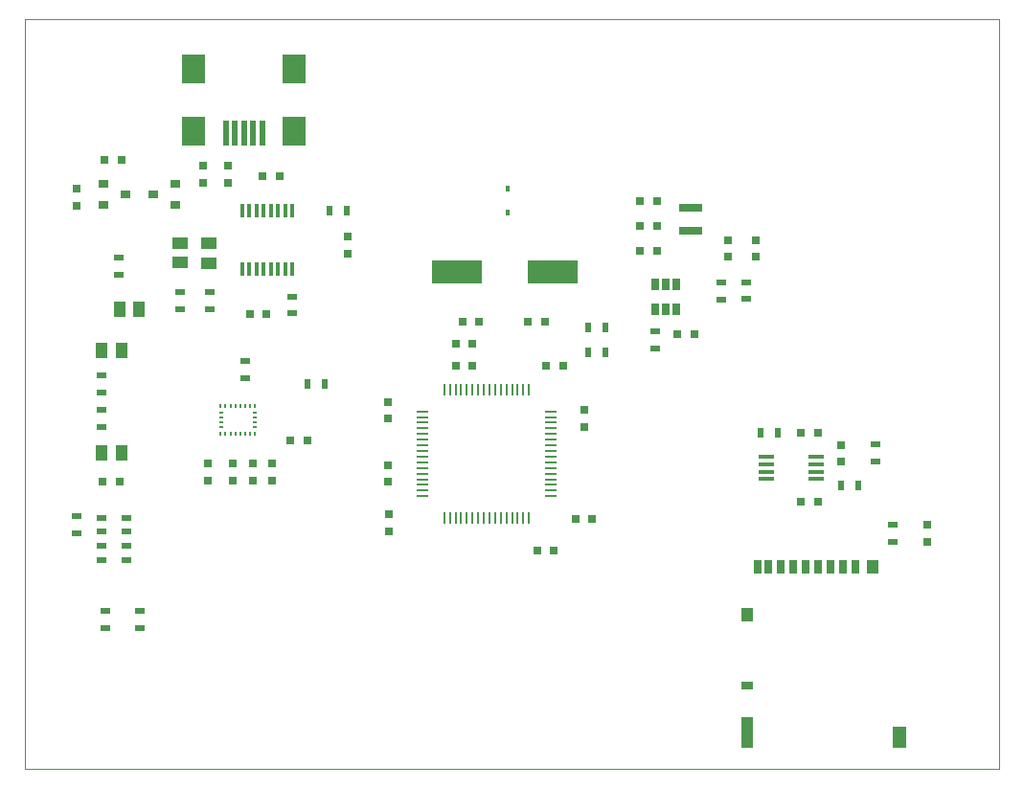
<source format=gbr>
G04 #@! TF.GenerationSoftware,KiCad,Pcbnew,(5.0.2)-1*
G04 #@! TF.CreationDate,2019-05-11T15:19:44-06:00*
G04 #@! TF.ProjectId,AndromedaV2.2,416e6472-6f6d-4656-9461-56322e322e6b,rev?*
G04 #@! TF.SameCoordinates,Original*
G04 #@! TF.FileFunction,Paste,Top*
G04 #@! TF.FilePolarity,Positive*
%FSLAX46Y46*%
G04 Gerber Fmt 4.6, Leading zero omitted, Abs format (unit mm)*
G04 Created by KiCad (PCBNEW (5.0.2)-1) date 2019-05-11 3:19:44 PM*
%MOMM*%
%LPD*%
G01*
G04 APERTURE LIST*
%ADD10C,0.100000*%
%ADD11R,0.700000X1.200000*%
%ADD12R,1.000000X1.200000*%
%ADD13R,1.000000X0.800000*%
%ADD14R,1.000000X2.800000*%
%ADD15R,1.300000X1.900000*%
%ADD16R,1.400000X1.120000*%
%ADD17R,0.900000X0.800000*%
%ADD18R,1.120000X1.400000*%
%ADD19R,0.400000X1.200000*%
%ADD20R,0.650000X1.060000*%
%ADD21R,0.250000X1.000000*%
%ADD22R,1.000000X0.250000*%
%ADD23R,0.950000X0.550000*%
%ADD24R,0.230000X0.350000*%
%ADD25R,0.350000X0.230000*%
%ADD26R,4.500000X2.000000*%
%ADD27R,0.500000X0.900000*%
%ADD28R,0.900000X0.500000*%
%ADD29R,0.750000X0.800000*%
%ADD30R,0.800000X0.750000*%
%ADD31R,1.450000X0.450000*%
%ADD32R,0.450000X0.600000*%
%ADD33R,1.998980X2.499360*%
%ADD34R,0.500380X2.301240*%
%ADD35R,2.000000X0.800000*%
G04 APERTURE END LIST*
D10*
X169926000Y-66548000D02*
X169926000Y-67818000D01*
X83820000Y-66548000D02*
X169926000Y-66548000D01*
X83820000Y-67818000D02*
X83820000Y-66548000D01*
X83820000Y-67818000D02*
X83820000Y-132842000D01*
X169926000Y-132842000D02*
X169926000Y-67818000D01*
X83820000Y-132842000D02*
X169926000Y-132842000D01*
D11*
G04 #@! TO.C,J12*
X148576000Y-114970000D03*
X149526000Y-114970000D03*
X157226000Y-114970000D03*
X156126000Y-114970000D03*
X155026000Y-114970000D03*
X153926000Y-114970000D03*
X152826000Y-114970000D03*
X151726000Y-114970000D03*
X150626000Y-114970000D03*
D12*
X158776000Y-114970000D03*
X147626000Y-119270000D03*
D13*
X147626000Y-125470000D03*
D14*
X147626000Y-129620000D03*
D15*
X161126000Y-130070000D03*
G04 #@! TD*
D16*
G04 #@! TO.C,D1*
X100075000Y-86390000D03*
X100075000Y-88150000D03*
G04 #@! TD*
G04 #@! TO.C,D2*
X97525000Y-86350000D03*
X97525000Y-88110000D03*
G04 #@! TD*
D17*
G04 #@! TO.C,D3*
X97125000Y-83000000D03*
X97125000Y-81100000D03*
X95125000Y-82050000D03*
G04 #@! TD*
D18*
G04 #@! TO.C,D4*
X92165000Y-92200000D03*
X93925000Y-92200000D03*
G04 #@! TD*
G04 #@! TO.C,D5*
X92353000Y-95898000D03*
X90593000Y-95898000D03*
G04 #@! TD*
G04 #@! TO.C,D6*
X92353000Y-104898000D03*
X90593000Y-104898000D03*
G04 #@! TD*
D19*
G04 #@! TO.C,U1*
X103030000Y-88700000D03*
X103665000Y-88700000D03*
X104300000Y-88700000D03*
X104935000Y-88700000D03*
X105570000Y-88700000D03*
X106205000Y-88700000D03*
X106840000Y-88700000D03*
X107475000Y-88700000D03*
X107475000Y-83500000D03*
X106840000Y-83500000D03*
X106205000Y-83500000D03*
X105570000Y-83500000D03*
X104935000Y-83500000D03*
X104300000Y-83500000D03*
X103665000Y-83500000D03*
X103030000Y-83500000D03*
G04 #@! TD*
D20*
G04 #@! TO.C,U2*
X141425000Y-90050000D03*
X140475000Y-90050000D03*
X139525000Y-90050000D03*
X139525000Y-92250000D03*
X141425000Y-92250000D03*
X140475000Y-92250000D03*
G04 #@! TD*
D17*
G04 #@! TO.C,U3*
X90725000Y-81100000D03*
X90725000Y-83000000D03*
X92725000Y-82050000D03*
G04 #@! TD*
D21*
G04 #@! TO.C,U5*
X128375000Y-99300000D03*
X127875000Y-99300000D03*
X127375000Y-99300000D03*
X126875000Y-99300000D03*
X126375000Y-99300000D03*
X125875000Y-99300000D03*
X125375000Y-99300000D03*
X124875000Y-99300000D03*
X124375000Y-99300000D03*
X123875000Y-99300000D03*
X123375000Y-99300000D03*
X122875000Y-99300000D03*
X122375000Y-99300000D03*
X121875000Y-99300000D03*
X121375000Y-99300000D03*
X120875000Y-99300000D03*
D22*
X118925000Y-101250000D03*
X118925000Y-101750000D03*
X118925000Y-102250000D03*
X118925000Y-102750000D03*
X118925000Y-103250000D03*
X118925000Y-103750000D03*
X118925000Y-104250000D03*
X118925000Y-104750000D03*
X118925000Y-105250000D03*
X118925000Y-105750000D03*
X118925000Y-106250000D03*
X118925000Y-106750000D03*
X118925000Y-107250000D03*
X118925000Y-107750000D03*
X118925000Y-108250000D03*
X118925000Y-108750000D03*
D21*
X120875000Y-110700000D03*
X121375000Y-110700000D03*
X121875000Y-110700000D03*
X122375000Y-110700000D03*
X122875000Y-110700000D03*
X123375000Y-110700000D03*
X123875000Y-110700000D03*
X124375000Y-110700000D03*
X124875000Y-110700000D03*
X125375000Y-110700000D03*
X125875000Y-110700000D03*
X126375000Y-110700000D03*
X126875000Y-110700000D03*
X127375000Y-110700000D03*
X127875000Y-110700000D03*
X128375000Y-110700000D03*
D22*
X130325000Y-108750000D03*
X130325000Y-108250000D03*
X130325000Y-107750000D03*
X130325000Y-107250000D03*
X130325000Y-106750000D03*
X130325000Y-106250000D03*
X130325000Y-105750000D03*
X130325000Y-105250000D03*
X130325000Y-104750000D03*
X130325000Y-104250000D03*
X130325000Y-103750000D03*
X130325000Y-103250000D03*
X130325000Y-102750000D03*
X130325000Y-102250000D03*
X130325000Y-101750000D03*
X130325000Y-101250000D03*
G04 #@! TD*
D23*
G04 #@! TO.C,U6*
X90619000Y-114397000D03*
X90619000Y-110647000D03*
X90619000Y-111897000D03*
X90619000Y-113147000D03*
X92769000Y-110647000D03*
X92769000Y-111897000D03*
X92769000Y-113147000D03*
X92769000Y-114397000D03*
G04 #@! TD*
D24*
G04 #@! TO.C,U7*
X104130000Y-103225000D03*
D25*
X104100000Y-102645000D03*
X101150000Y-102645000D03*
X104100000Y-102215000D03*
X101150000Y-102215000D03*
X104100000Y-101785000D03*
X101150000Y-101785000D03*
X104100000Y-101355000D03*
X101150000Y-101355000D03*
D24*
X103700000Y-103225000D03*
X103270000Y-103225000D03*
X102840000Y-103225000D03*
X102410000Y-103225000D03*
X101980000Y-103225000D03*
X101550000Y-103225000D03*
X101120000Y-103225000D03*
X104130000Y-100775000D03*
X103700000Y-100775000D03*
X103270000Y-100775000D03*
X102840000Y-100775000D03*
X102410000Y-100775000D03*
X101980000Y-100775000D03*
X101550000Y-100775000D03*
X101120000Y-100775000D03*
G04 #@! TD*
D26*
G04 #@! TO.C,Y1*
X121975000Y-88950000D03*
X130475000Y-88950000D03*
G04 #@! TD*
D27*
G04 #@! TO.C,R1*
X110775000Y-83500000D03*
X112275000Y-83500000D03*
G04 #@! TD*
D28*
G04 #@! TO.C,R2*
X107475000Y-91100000D03*
X107475000Y-92600000D03*
G04 #@! TD*
G04 #@! TO.C,R3*
X139525000Y-95650000D03*
X139525000Y-94150000D03*
G04 #@! TD*
G04 #@! TO.C,R4*
X147600000Y-91325000D03*
X147600000Y-89825000D03*
G04 #@! TD*
G04 #@! TO.C,R5*
X100125000Y-92200000D03*
X100125000Y-90700000D03*
G04 #@! TD*
G04 #@! TO.C,R6*
X145375000Y-89850000D03*
X145375000Y-91350000D03*
G04 #@! TD*
G04 #@! TO.C,R7*
X97525000Y-90700000D03*
X97525000Y-92200000D03*
G04 #@! TD*
G04 #@! TO.C,R8*
X92125000Y-89150000D03*
X92125000Y-87650000D03*
G04 #@! TD*
G04 #@! TO.C,R9*
X88392000Y-110502000D03*
X88392000Y-112002000D03*
G04 #@! TD*
G04 #@! TO.C,R10*
X160528000Y-111276000D03*
X160528000Y-112776000D03*
G04 #@! TD*
D27*
G04 #@! TO.C,R11*
X110325000Y-98850000D03*
X108825000Y-98850000D03*
G04 #@! TD*
D28*
G04 #@! TO.C,R12*
X103275000Y-96825000D03*
X103275000Y-98325000D03*
G04 #@! TD*
G04 #@! TO.C,R13*
X93980000Y-120384000D03*
X93980000Y-118884000D03*
G04 #@! TD*
G04 #@! TO.C,R14*
X90932000Y-118884000D03*
X90932000Y-120384000D03*
G04 #@! TD*
G04 #@! TO.C,R15*
X90593000Y-99598000D03*
X90593000Y-98098000D03*
G04 #@! TD*
G04 #@! TO.C,R16*
X90593000Y-101148000D03*
X90593000Y-102648000D03*
G04 #@! TD*
D27*
G04 #@! TO.C,R17*
X135125000Y-96050000D03*
X133625000Y-96050000D03*
G04 #@! TD*
G04 #@! TO.C,R18*
X133625000Y-93800000D03*
X135125000Y-93800000D03*
G04 #@! TD*
D29*
G04 #@! TO.C,C33*
X155956000Y-105702383D03*
X155956000Y-104202383D03*
G04 #@! TD*
D30*
G04 #@! TO.C,C34*
X152412000Y-109220000D03*
X153912000Y-109220000D03*
G04 #@! TD*
G04 #@! TO.C,C35*
X152412000Y-103124000D03*
X153912000Y-103124000D03*
G04 #@! TD*
D27*
G04 #@! TO.C,R19*
X148856000Y-103124000D03*
X150356000Y-103124000D03*
G04 #@! TD*
G04 #@! TO.C,R20*
X155968000Y-107770383D03*
X157468000Y-107770383D03*
G04 #@! TD*
D28*
G04 #@! TO.C,R21*
X159004000Y-104152000D03*
X159004000Y-105652000D03*
G04 #@! TD*
D31*
G04 #@! TO.C,U8*
X149331936Y-105277383D03*
X149331936Y-105927383D03*
X149331936Y-106577383D03*
X149331936Y-107227383D03*
X153731936Y-107227383D03*
X153731936Y-106577383D03*
X153731936Y-105927383D03*
X153731936Y-105277383D03*
G04 #@! TD*
D29*
G04 #@! TO.C,C1*
X112325000Y-87300000D03*
X112325000Y-85800000D03*
G04 #@! TD*
D30*
G04 #@! TO.C,C2*
X103675000Y-92650000D03*
X105175000Y-92650000D03*
G04 #@! TD*
G04 #@! TO.C,C3*
X106325000Y-80450000D03*
X104825000Y-80450000D03*
G04 #@! TD*
G04 #@! TO.C,C4*
X139675000Y-84850000D03*
X138175000Y-84850000D03*
G04 #@! TD*
G04 #@! TO.C,C5*
X139675000Y-82650000D03*
X138175000Y-82650000D03*
G04 #@! TD*
G04 #@! TO.C,C6*
X139675000Y-87050000D03*
X138175000Y-87050000D03*
G04 #@! TD*
D29*
G04 #@! TO.C,C7*
X101775000Y-79550000D03*
X101775000Y-81050000D03*
G04 #@! TD*
G04 #@! TO.C,C8*
X99575000Y-79550000D03*
X99575000Y-81050000D03*
G04 #@! TD*
D30*
G04 #@! TO.C,C9*
X142975000Y-94400000D03*
X141475000Y-94400000D03*
G04 #@! TD*
D29*
G04 #@! TO.C,C10*
X148425000Y-87600000D03*
X148425000Y-86100000D03*
G04 #@! TD*
G04 #@! TO.C,C11*
X145925000Y-87600000D03*
X145925000Y-86100000D03*
G04 #@! TD*
D30*
G04 #@! TO.C,C12*
X90875000Y-79000000D03*
X92375000Y-79000000D03*
G04 #@! TD*
G04 #@! TO.C,C16*
X130575000Y-113550000D03*
X129075000Y-113550000D03*
G04 #@! TD*
D29*
G04 #@! TO.C,C17*
X115875000Y-106000000D03*
X115875000Y-107500000D03*
G04 #@! TD*
D30*
G04 #@! TO.C,C18*
X122475000Y-93350000D03*
X123975000Y-93350000D03*
G04 #@! TD*
D29*
G04 #@! TO.C,C19*
X115950000Y-111850000D03*
X115950000Y-110350000D03*
G04 #@! TD*
D30*
G04 #@! TO.C,C20*
X129775000Y-93350000D03*
X128275000Y-93350000D03*
G04 #@! TD*
G04 #@! TO.C,C21*
X131400000Y-97200000D03*
X129900000Y-97200000D03*
G04 #@! TD*
D29*
G04 #@! TO.C,C22*
X115875000Y-100400000D03*
X115875000Y-101900000D03*
G04 #@! TD*
D30*
G04 #@! TO.C,C23*
X123375000Y-95250000D03*
X121875000Y-95250000D03*
G04 #@! TD*
G04 #@! TO.C,C24*
X133975000Y-110750000D03*
X132475000Y-110750000D03*
G04 #@! TD*
G04 #@! TO.C,C25*
X123375000Y-97200000D03*
X121875000Y-97200000D03*
G04 #@! TD*
D29*
G04 #@! TO.C,C26*
X133225000Y-102650000D03*
X133225000Y-101150000D03*
G04 #@! TD*
D30*
G04 #@! TO.C,C27*
X92190000Y-107442000D03*
X90690000Y-107442000D03*
G04 #@! TD*
D29*
G04 #@! TO.C,C28*
X100025000Y-107350000D03*
X100025000Y-105850000D03*
G04 #@! TD*
G04 #@! TO.C,C29*
X105700000Y-107350000D03*
X105700000Y-105850000D03*
G04 #@! TD*
D30*
G04 #@! TO.C,C30*
X108750000Y-103825000D03*
X107250000Y-103825000D03*
G04 #@! TD*
D29*
G04 #@! TO.C,C31*
X102200000Y-107350000D03*
X102200000Y-105850000D03*
G04 #@! TD*
G04 #@! TO.C,C32*
X104000000Y-107350000D03*
X104000000Y-105850000D03*
G04 #@! TD*
G04 #@! TO.C,C36*
X163576000Y-111264000D03*
X163576000Y-112764000D03*
G04 #@! TD*
D32*
G04 #@! TO.C,D7*
X126475000Y-81550000D03*
X126475000Y-83650000D03*
G04 #@! TD*
D33*
G04 #@! TO.C,J1*
X107625440Y-71000260D03*
X107625440Y-76499360D03*
X98725280Y-76499360D03*
X98725280Y-71000260D03*
D34*
X101575160Y-76600960D03*
X102375260Y-76600960D03*
X103175360Y-76600960D03*
X103975460Y-76600960D03*
X104775560Y-76600960D03*
G04 #@! TD*
D35*
G04 #@! TO.C,L1*
X142625000Y-83250000D03*
X142625000Y-85250000D03*
G04 #@! TD*
D29*
G04 #@! TO.C,C13*
X88392000Y-83046000D03*
X88392000Y-81546000D03*
G04 #@! TD*
M02*

</source>
